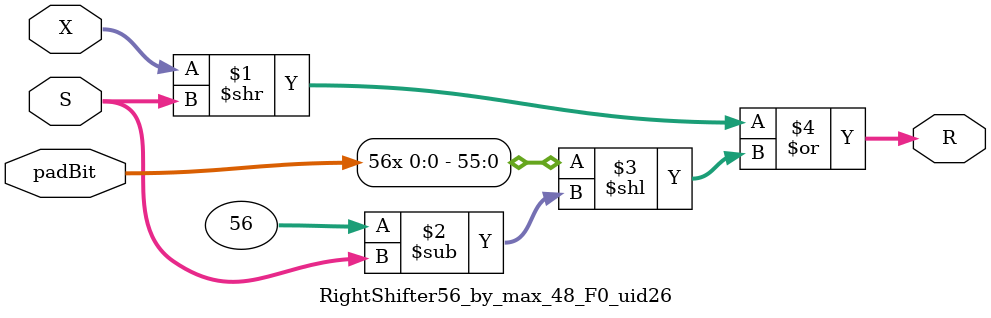
<source format=v>
`timescale 1ns / 1ps

module RightShifter56_by_max_48_F0_uid26 #(
    parameter DATA_WIDTH = 56,        // Input/output width
    parameter SHIFT_BITS = 6,         // Number of shift control bits
    parameter MAX_SHIFT = 48
    )(
    input [DATA_WIDTH-1:0] X,
    input [SHIFT_BITS-1:0] S,
    input padBit,
    output [DATA_WIDTH-1:0] R
);
    // Replicate fill_bit (shift_amount times) and concatenate with preserved MSBs
    assign R = (X >> S) | ({DATA_WIDTH{padBit}} << (DATA_WIDTH - S));
endmodule



</source>
